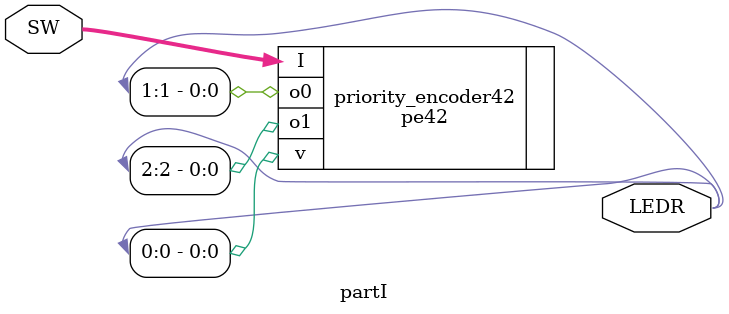
<source format=v>


module partI(

	//////////// LED //////////
	output		     [2:0]		LEDR,

	//////////// SW //////////
	input 		     [3:0]		SW
);



//=======================================================
//  REG/WIRE declarations
//=======================================================




//=======================================================
//  Structural coding
//=======================================================

pe42 priority_encoder42
(
    .I(SW[3:0]),
    .o1(LEDR[2]),
    .o0(LEDR[1]),
    .v(LEDR[0])
);

endmodule

</source>
